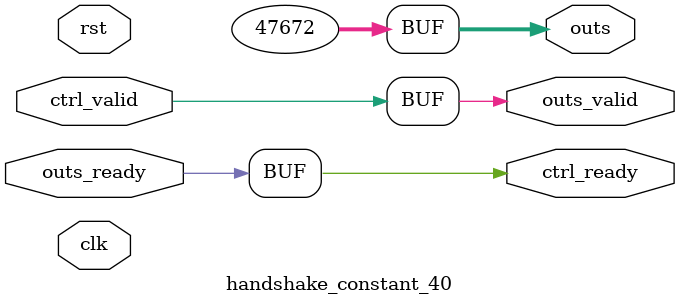
<source format=v>
`timescale 1ns / 1ps
module handshake_constant_40 #(
  parameter DATA_WIDTH = 32  // Default set to 32 bits
) (
  input                       clk,
  input                       rst,
  // Input Channel
  input                       ctrl_valid,
  output                      ctrl_ready,
  // Output Channel
  output [DATA_WIDTH - 1 : 0] outs,
  output                      outs_valid,
  input                       outs_ready
);
  assign outs       = 17'b01011101000111000;
  assign outs_valid = ctrl_valid;
  assign ctrl_ready = outs_ready;

endmodule

</source>
